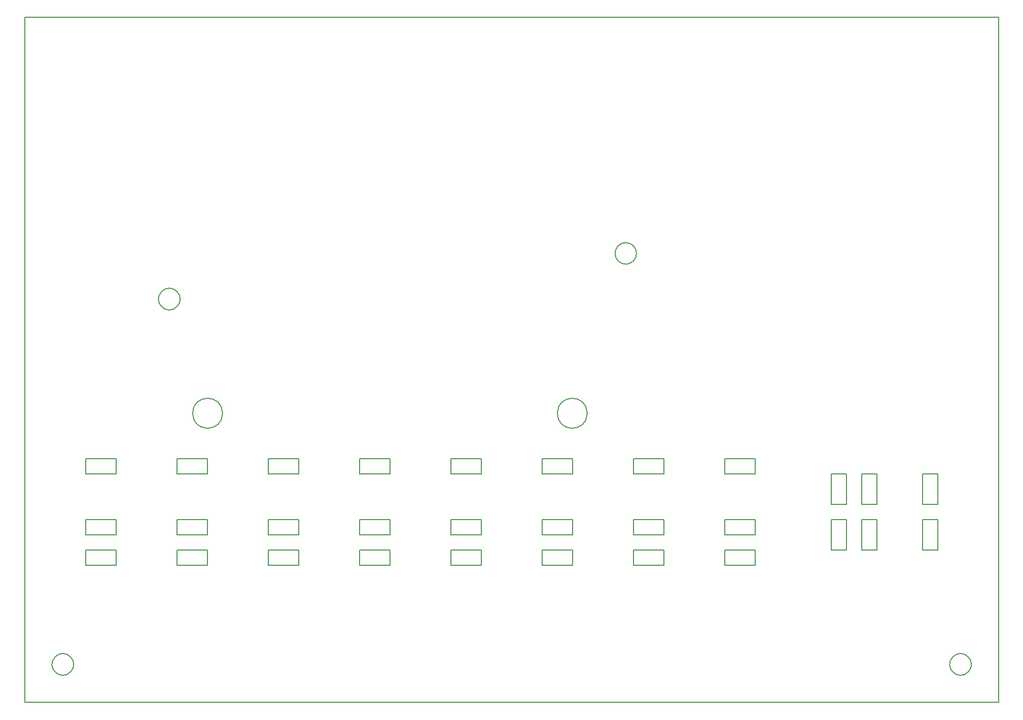
<source format=gbr>
G04 DesignSpark PCB Gerber Version 12.0 Build 5941*
G04 #@! TF.Part,Single*
%FSLAX35Y35*%
%MOIN*%
%ADD19C,0.00500*%
G04 #@! TD.AperFunction*
X0Y0D02*
D02*
D19*
X20250Y30250D02*
G75*
G03*
X30250Y20250I5000J-5000D01*
G01*
G75*
G03*
X20250Y30250I-5000J5000D01*
G01*
X40250Y90250D02*
Y100250D01*
X60250D01*
Y90250D01*
X40250D01*
Y110250D02*
Y120250D01*
X60250D01*
Y110250D01*
X40250D01*
Y150250D02*
Y160250D01*
X60250D01*
Y150250D01*
X40250D01*
X90250Y270250D02*
G75*
G03*
X100250Y260250I5000J-5000D01*
G01*
G75*
G03*
X90250Y270250I-5000J5000D01*
G01*
X100250Y90250D02*
Y100250D01*
X120250D01*
Y90250D01*
X100250D01*
Y110250D02*
Y120250D01*
X120250D01*
Y110250D01*
X100250D01*
Y150250D02*
Y160250D01*
X120250D01*
Y150250D01*
X100250D01*
X110565Y190250D02*
G75*
G03*
X130250I9843J0D01*
G01*
G75*
G03*
X110565I-9843J0D01*
G01*
X160250Y90250D02*
Y100250D01*
X180250D01*
Y90250D01*
X160250D01*
Y110250D02*
Y120250D01*
X180250D01*
Y110250D01*
X160250D01*
Y150250D02*
Y160250D01*
X180250D01*
Y150250D01*
X160250D01*
X220250Y90250D02*
Y100250D01*
X240250D01*
Y90250D01*
X220250D01*
Y110250D02*
Y120250D01*
X240250D01*
Y110250D01*
X220250D01*
Y150250D02*
Y160250D01*
X240250D01*
Y150250D01*
X220250D01*
X280250Y90250D02*
Y100250D01*
X300250D01*
Y90250D01*
X280250D01*
Y110250D02*
Y120250D01*
X300250D01*
Y110250D01*
X280250D01*
Y150250D02*
Y160250D01*
X300250D01*
Y150250D01*
X280250D01*
X340250Y90250D02*
Y100250D01*
X360250D01*
Y90250D01*
X340250D01*
Y110250D02*
Y120250D01*
X360250D01*
Y110250D01*
X340250D01*
Y150250D02*
Y160250D01*
X360250D01*
Y150250D01*
X340250D01*
X350250Y190250D02*
G75*
G03*
X369935I9843J0D01*
G01*
G75*
G03*
X350250I-9843J0D01*
G01*
X390250Y300250D02*
G75*
G03*
X400250Y290250I5000J-5000D01*
G01*
G75*
G03*
X390250Y300250I-5000J5000D01*
G01*
X400250Y90250D02*
Y100250D01*
X420250D01*
Y90250D01*
X400250D01*
Y110250D02*
Y120250D01*
X420250D01*
Y110250D01*
X400250D01*
Y150250D02*
Y160250D01*
X420250D01*
Y150250D01*
X400250D01*
X460250Y90250D02*
Y100250D01*
X480250D01*
Y90250D01*
X460250D01*
Y110250D02*
Y120250D01*
X480250D01*
Y110250D01*
X460250D01*
Y150250D02*
Y160250D01*
X480250D01*
Y150250D01*
X460250D01*
X530250Y120250D02*
X540250D01*
Y100250D01*
X530250D01*
Y120250D01*
Y150250D02*
X540250D01*
Y130250D01*
X530250D01*
Y150250D01*
X550250Y120250D02*
X560250D01*
Y100250D01*
X550250D01*
Y120250D01*
Y150250D02*
X560250D01*
Y130250D01*
X550250D01*
Y150250D01*
X590250Y120250D02*
X600250D01*
Y100250D01*
X590250D01*
Y120250D01*
Y150250D02*
X600250D01*
Y130250D01*
X590250D01*
Y150250D01*
X610250Y30250D02*
G75*
G03*
X620250Y20250I5000J-5000D01*
G01*
G75*
G03*
X610250Y30250I-5000J5000D01*
G01*
X640250Y250D02*
Y450250D01*
X250D01*
Y250D01*
X640250D01*
X0Y0D02*
M02*

</source>
